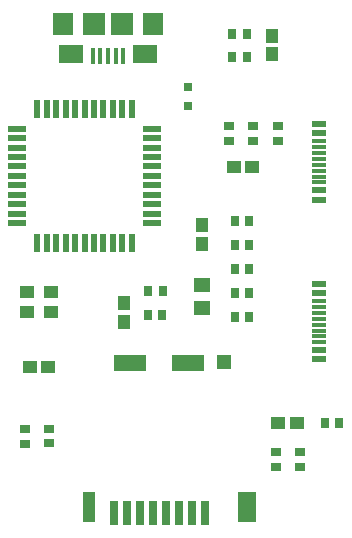
<source format=gtp>
G04*
G04 #@! TF.GenerationSoftware,Altium Limited,Altium Designer,23.4.1 (23)*
G04*
G04 Layer_Color=8421504*
%FSLAX44Y44*%
%MOMM*%
G71*
G04*
G04 #@! TF.SameCoordinates,D1F9F651-E120-4EB1-B4AC-D2E1D016148F*
G04*
G04*
G04 #@! TF.FilePolarity,Positive*
G04*
G01*
G75*
%ADD15R,1.2000X1.2000*%
%ADD16R,2.7000X1.4000*%
%ADD17R,0.7000X2.0000*%
%ADD18R,1.5000X2.6000*%
%ADD19R,1.0000X2.6000*%
%ADD20R,1.1500X0.3000*%
%ADD21R,1.3000X1.1000*%
%ADD22R,0.4000X1.3500*%
%ADD23R,2.1000X1.6000*%
%ADD24R,1.8000X1.9000*%
%ADD25R,1.9000X1.9000*%
%ADD26R,1.1500X0.6000*%
%ADD27R,1.3061X1.0582*%
%ADD28R,0.5500X1.5000*%
%ADD29R,1.5000X0.5500*%
%ADD30R,1.4500X1.2000*%
%ADD31R,0.8000X0.8000*%
%ADD32R,0.8121X0.7581*%
%ADD33R,0.7581X0.8121*%
%ADD34R,1.0582X1.3061*%
D15*
X1624570Y488680D02*
D03*
D16*
X1545070Y487680D02*
D03*
X1594070D02*
D03*
D17*
X1608070Y360680D02*
D03*
X1597070D02*
D03*
X1586070D02*
D03*
X1575070D02*
D03*
X1564070D02*
D03*
X1553070D02*
D03*
X1542070D02*
D03*
X1531070D02*
D03*
D18*
X1643570Y365680D02*
D03*
D19*
X1510070D02*
D03*
D20*
X1704288Y655868D02*
D03*
X1704542Y525486D02*
D03*
Y520486D02*
D03*
Y530486D02*
D03*
Y535486D02*
D03*
Y540486D02*
D03*
Y515486D02*
D03*
Y510486D02*
D03*
Y505486D02*
D03*
X1704288Y660868D02*
D03*
Y665868D02*
D03*
Y670868D02*
D03*
Y675868D02*
D03*
Y650868D02*
D03*
Y645868D02*
D03*
Y640868D02*
D03*
D21*
X1457112Y548000D02*
D03*
X1478112D02*
D03*
Y531500D02*
D03*
X1457112D02*
D03*
D22*
X1526094Y748204D02*
D03*
X1532594D02*
D03*
X1519594D02*
D03*
X1539094D02*
D03*
X1513094D02*
D03*
D23*
X1557094Y749454D02*
D03*
X1495094D02*
D03*
D24*
X1564094Y774954D02*
D03*
X1488094D02*
D03*
D25*
X1538094D02*
D03*
X1514094D02*
D03*
D26*
X1704542Y490986D02*
D03*
Y554986D02*
D03*
Y498986D02*
D03*
Y546986D02*
D03*
X1704288Y626368D02*
D03*
Y690368D02*
D03*
Y634368D02*
D03*
Y682368D02*
D03*
D27*
X1475373Y484378D02*
D03*
X1459851D02*
D03*
X1670276Y437388D02*
D03*
X1685798D02*
D03*
X1632571Y654050D02*
D03*
X1648093D02*
D03*
D28*
X1466220Y703430D02*
D03*
X1474220D02*
D03*
X1482220D02*
D03*
X1490220D02*
D03*
X1498220D02*
D03*
X1506220D02*
D03*
X1514220D02*
D03*
X1522220D02*
D03*
X1530220D02*
D03*
X1538220D02*
D03*
X1546220D02*
D03*
Y589430D02*
D03*
X1538220D02*
D03*
X1530220D02*
D03*
X1522220D02*
D03*
X1514220D02*
D03*
X1506220D02*
D03*
X1498220D02*
D03*
X1490220D02*
D03*
X1482220D02*
D03*
X1474220D02*
D03*
X1466220D02*
D03*
D29*
X1563220Y686430D02*
D03*
Y678430D02*
D03*
Y670430D02*
D03*
Y662430D02*
D03*
Y654430D02*
D03*
Y646430D02*
D03*
Y638430D02*
D03*
Y630430D02*
D03*
Y622430D02*
D03*
Y614430D02*
D03*
Y606430D02*
D03*
X1449220D02*
D03*
Y614430D02*
D03*
Y622430D02*
D03*
Y630430D02*
D03*
Y638430D02*
D03*
Y646430D02*
D03*
Y654430D02*
D03*
Y662430D02*
D03*
Y670430D02*
D03*
Y678430D02*
D03*
Y686430D02*
D03*
D30*
X1606042Y554322D02*
D03*
Y534322D02*
D03*
D31*
X1593596Y721736D02*
D03*
Y705236D02*
D03*
D32*
X1667868Y412698D02*
D03*
Y400158D02*
D03*
X1455428Y432320D02*
D03*
Y419780D02*
D03*
X1475748Y432400D02*
D03*
Y419860D02*
D03*
X1670050Y675720D02*
D03*
Y688260D02*
D03*
X1648460Y675720D02*
D03*
Y688260D02*
D03*
X1628140Y675720D02*
D03*
Y688260D02*
D03*
X1688188Y412778D02*
D03*
Y400238D02*
D03*
D33*
X1633300Y527050D02*
D03*
X1645840D02*
D03*
X1633300Y547370D02*
D03*
X1645840D02*
D03*
X1633300Y567690D02*
D03*
X1645840D02*
D03*
X1633220Y588010D02*
D03*
X1645760D02*
D03*
X1633300Y608330D02*
D03*
X1645840D02*
D03*
X1559720Y548640D02*
D03*
X1572260D02*
D03*
X1572180Y528320D02*
D03*
X1559640D02*
D03*
X1643808Y766826D02*
D03*
X1631268D02*
D03*
X1643808Y747268D02*
D03*
X1631268D02*
D03*
X1709500Y437388D02*
D03*
X1722040D02*
D03*
D34*
X1605280Y604520D02*
D03*
Y588998D02*
D03*
X1539240Y522958D02*
D03*
Y538480D02*
D03*
X1664970Y749667D02*
D03*
Y765189D02*
D03*
M02*

</source>
